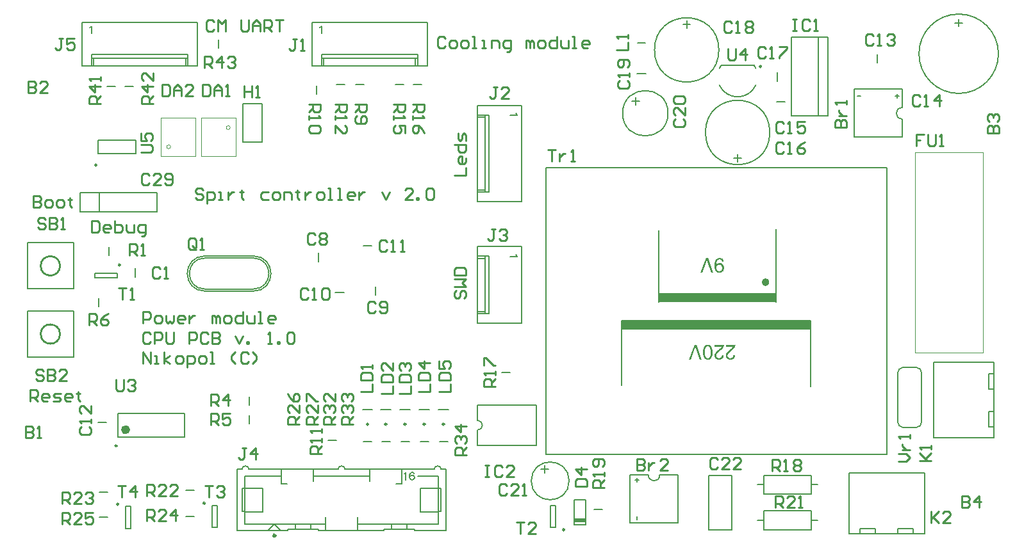
<source format=gto>
%FSLAX24Y24*%
%MOIN*%
G70*
G01*
G75*
G04 Layer_Color=65535*
%ADD10R,0.0453X0.0571*%
%ADD11R,0.0551X0.0413*%
%ADD12R,0.0413X0.0551*%
%ADD13R,0.0551X0.0374*%
%ADD14O,0.0236X0.0571*%
%ADD15R,0.0374X0.0551*%
%ADD16R,0.0551X0.0354*%
%ADD17R,0.0394X0.0236*%
G04:AMPARAMS|DCode=18|XSize=55mil|YSize=60mil|CornerRadius=13.8mil|HoleSize=0mil|Usage=FLASHONLY|Rotation=90.000|XOffset=0mil|YOffset=0mil|HoleType=Round|Shape=RoundedRectangle|*
%AMROUNDEDRECTD18*
21,1,0.0550,0.0325,0,0,90.0*
21,1,0.0275,0.0600,0,0,90.0*
1,1,0.0275,0.0163,0.0138*
1,1,0.0275,0.0163,-0.0138*
1,1,0.0275,-0.0163,-0.0138*
1,1,0.0275,-0.0163,0.0138*
%
%ADD18ROUNDEDRECTD18*%
G04:AMPARAMS|DCode=19|XSize=39.4mil|YSize=98.4mil|CornerRadius=9.8mil|HoleSize=0mil|Usage=FLASHONLY|Rotation=270.000|XOffset=0mil|YOffset=0mil|HoleType=Round|Shape=RoundedRectangle|*
%AMROUNDEDRECTD19*
21,1,0.0394,0.0787,0,0,270.0*
21,1,0.0197,0.0984,0,0,270.0*
1,1,0.0197,-0.0394,-0.0098*
1,1,0.0197,-0.0394,0.0098*
1,1,0.0197,0.0394,0.0098*
1,1,0.0197,0.0394,-0.0098*
%
%ADD19ROUNDEDRECTD19*%
G04:AMPARAMS|DCode=20|XSize=39.4mil|YSize=98.4mil|CornerRadius=9.8mil|HoleSize=0mil|Usage=FLASHONLY|Rotation=180.000|XOffset=0mil|YOffset=0mil|HoleType=Round|Shape=RoundedRectangle|*
%AMROUNDEDRECTD20*
21,1,0.0394,0.0787,0,0,180.0*
21,1,0.0197,0.0984,0,0,180.0*
1,1,0.0197,-0.0098,0.0394*
1,1,0.0197,0.0098,0.0394*
1,1,0.0197,0.0098,-0.0394*
1,1,0.0197,-0.0098,-0.0394*
%
%ADD20ROUNDEDRECTD20*%
%ADD21R,0.0551X0.0413*%
%ADD22O,0.0236X0.0866*%
%ADD23R,0.0236X0.0394*%
%ADD24C,0.0197*%
%ADD25C,0.0118*%
%ADD26C,0.0315*%
%ADD27C,0.0394*%
%ADD28C,0.0100*%
%ADD29C,0.0295*%
%ADD30C,0.0630*%
%ADD31C,0.0748*%
%ADD32C,0.0551*%
%ADD33C,0.0591*%
G04:AMPARAMS|DCode=34|XSize=59.1mil|YSize=59.1mil|CornerRadius=0mil|HoleSize=0mil|Usage=FLASHONLY|Rotation=90.000|XOffset=0mil|YOffset=0mil|HoleType=Round|Shape=Octagon|*
%AMOCTAGOND34*
4,1,8,0.0148,0.0295,-0.0148,0.0295,-0.0295,0.0148,-0.0295,-0.0148,-0.0148,-0.0295,0.0148,-0.0295,0.0295,-0.0148,0.0295,0.0148,0.0148,0.0295,0.0*
%
%ADD34OCTAGOND34*%

%ADD35C,0.1181*%
%ADD36R,0.0787X0.0787*%
%ADD37C,0.0787*%
%ADD38C,0.2362*%
%ADD39R,0.0591X0.0591*%
%ADD40R,0.0591X0.0591*%
%ADD41R,0.0630X0.0630*%
%ADD42R,0.0591X0.0591*%
%ADD43C,0.0591*%
%ADD44R,0.0630X0.0630*%
%ADD45C,0.0500*%
%ADD46O,0.0709X0.0118*%
%ADD47O,0.0118X0.0709*%
%ADD48R,0.0354X0.0197*%
%ADD49R,0.0197X0.0354*%
%ADD50R,0.0689X0.0394*%
%ADD51R,0.0571X0.0453*%
%ADD52C,0.0236*%
%ADD53C,0.0098*%
%ADD54C,0.0079*%
%ADD55C,0.0039*%
%ADD56C,0.0200*%
%ADD57C,0.0050*%
%ADD58C,0.0059*%
%ADD59R,0.9850X0.0500*%
%ADD60R,0.6100X0.0484*%
%ADD61R,0.0600X0.0200*%
G36*
X51695Y21977D02*
Y21973D01*
Y21966D01*
X51694Y21958D01*
X51693Y21948D01*
X51692Y21938D01*
X51688Y21926D01*
X51685Y21915D01*
Y21914D01*
X51684Y21913D01*
X51681Y21906D01*
X51677Y21896D01*
X51670Y21883D01*
X51662Y21868D01*
X51650Y21850D01*
X51639Y21833D01*
X51624Y21815D01*
Y21813D01*
X51621Y21812D01*
X51616Y21805D01*
X51606Y21795D01*
X51592Y21781D01*
X51575Y21765D01*
X51554Y21745D01*
X51529Y21724D01*
X51501Y21699D01*
X51500Y21698D01*
X51496Y21695D01*
X51490Y21690D01*
X51482Y21682D01*
X51471Y21674D01*
X51460Y21664D01*
X51434Y21642D01*
X51407Y21615D01*
X51379Y21589D01*
X51365Y21576D01*
X51354Y21563D01*
X51343Y21551D01*
X51334Y21539D01*
Y21538D01*
X51332Y21537D01*
X51330Y21533D01*
X51327Y21529D01*
X51320Y21517D01*
X51312Y21502D01*
X51304Y21485D01*
X51297Y21466D01*
X51293Y21446D01*
X51290Y21426D01*
Y21425D01*
Y21424D01*
X51292Y21417D01*
X51293Y21406D01*
X51295Y21394D01*
X51301Y21379D01*
X51308Y21364D01*
X51317Y21348D01*
X51331Y21333D01*
X51333Y21332D01*
X51338Y21327D01*
X51347Y21321D01*
X51358Y21313D01*
X51373Y21306D01*
X51391Y21300D01*
X51411Y21296D01*
X51434Y21295D01*
X51441D01*
X51446Y21296D01*
X51458Y21297D01*
X51473Y21299D01*
X51490Y21305D01*
X51508Y21312D01*
X51526Y21322D01*
X51542Y21336D01*
X51543Y21338D01*
X51547Y21343D01*
X51554Y21352D01*
X51561Y21365D01*
X51569Y21381D01*
X51575Y21400D01*
X51580Y21421D01*
X51582Y21447D01*
X51678Y21436D01*
Y21435D01*
Y21432D01*
X51677Y21426D01*
X51675Y21419D01*
X51673Y21410D01*
X51672Y21400D01*
X51665Y21376D01*
X51656Y21350D01*
X51643Y21323D01*
X51626Y21297D01*
X51617Y21285D01*
X51605Y21274D01*
X51604Y21273D01*
X51602Y21272D01*
X51598Y21268D01*
X51594Y21265D01*
X51587Y21261D01*
X51579Y21255D01*
X51569Y21251D01*
X51559Y21245D01*
X51547Y21240D01*
X51535Y21235D01*
X51520Y21230D01*
X51505Y21227D01*
X51470Y21220D01*
X51452Y21219D01*
X51432Y21217D01*
X51422D01*
X51414Y21219D01*
X51405Y21220D01*
X51394Y21221D01*
X51383Y21222D01*
X51370Y21225D01*
X51342Y21232D01*
X51313Y21243D01*
X51298Y21250D01*
X51285Y21258D01*
X51272Y21268D01*
X51259Y21278D01*
X51258Y21280D01*
X51257Y21281D01*
X51253Y21284D01*
X51249Y21289D01*
X51244Y21296D01*
X51238Y21303D01*
X51227Y21320D01*
X51215Y21342D01*
X51205Y21367D01*
X51197Y21396D01*
X51196Y21412D01*
X51195Y21428D01*
Y21431D01*
Y21436D01*
X51196Y21446D01*
X51197Y21457D01*
X51199Y21471D01*
X51203Y21486D01*
X51207Y21502D01*
X51214Y21518D01*
X51215Y21521D01*
X51218Y21526D01*
X51222Y21534D01*
X51229Y21546D01*
X51237Y21560D01*
X51248Y21576D01*
X51262Y21592D01*
X51277Y21611D01*
X51279Y21613D01*
X51285Y21620D01*
X51295Y21630D01*
X51302Y21637D01*
X51310Y21645D01*
X51319Y21654D01*
X51331Y21665D01*
X51342Y21675D01*
X51355Y21688D01*
X51369Y21700D01*
X51385Y21714D01*
X51401Y21728D01*
X51420Y21744D01*
X51421Y21745D01*
X51423Y21748D01*
X51428Y21751D01*
X51433Y21756D01*
X51447Y21767D01*
X51464Y21782D01*
X51482Y21798D01*
X51500Y21815D01*
X51515Y21828D01*
X51521Y21834D01*
X51527Y21840D01*
X51528Y21841D01*
X51530Y21845D01*
X51535Y21849D01*
X51541Y21856D01*
X51553Y21871D01*
X51566Y21890D01*
X51194D01*
Y21978D01*
X51695D01*
Y21977D01*
D02*
G37*
G36*
X50547Y21221D02*
X50437D01*
X50241Y21771D01*
Y21772D01*
X50240Y21774D01*
X50239Y21778D01*
X50237Y21782D01*
X50233Y21795D01*
X50227Y21811D01*
X50220Y21831D01*
X50213Y21852D01*
X50201Y21895D01*
Y21894D01*
X50200Y21893D01*
X50198Y21890D01*
X50197Y21885D01*
X50194Y21872D01*
X50189Y21856D01*
X50183Y21838D01*
X50177Y21817D01*
X50168Y21794D01*
X50160Y21771D01*
X49955Y21221D01*
X49854D01*
X50150Y21978D01*
X50253D01*
X50547Y21221D01*
D02*
G37*
G36*
X52283Y21977D02*
Y21973D01*
Y21966D01*
X52282Y21958D01*
X52281Y21948D01*
X52280Y21938D01*
X52276Y21926D01*
X52273Y21915D01*
Y21914D01*
X52272Y21913D01*
X52269Y21906D01*
X52265Y21896D01*
X52258Y21883D01*
X52250Y21868D01*
X52238Y21850D01*
X52227Y21833D01*
X52212Y21815D01*
Y21813D01*
X52209Y21812D01*
X52204Y21805D01*
X52194Y21795D01*
X52180Y21781D01*
X52163Y21765D01*
X52142Y21745D01*
X52117Y21724D01*
X52089Y21699D01*
X52088Y21698D01*
X52084Y21695D01*
X52078Y21690D01*
X52070Y21682D01*
X52059Y21674D01*
X52048Y21664D01*
X52023Y21642D01*
X51995Y21615D01*
X51967Y21589D01*
X51953Y21576D01*
X51942Y21563D01*
X51931Y21551D01*
X51922Y21539D01*
Y21538D01*
X51920Y21537D01*
X51918Y21533D01*
X51915Y21529D01*
X51908Y21517D01*
X51900Y21502D01*
X51892Y21485D01*
X51885Y21466D01*
X51881Y21446D01*
X51878Y21426D01*
Y21425D01*
Y21424D01*
X51880Y21417D01*
X51881Y21406D01*
X51883Y21394D01*
X51889Y21379D01*
X51896Y21364D01*
X51905Y21348D01*
X51919Y21333D01*
X51921Y21332D01*
X51926Y21327D01*
X51935Y21321D01*
X51946Y21313D01*
X51961Y21306D01*
X51979Y21300D01*
X51999Y21296D01*
X52023Y21295D01*
X52029D01*
X52034Y21296D01*
X52046Y21297D01*
X52061Y21299D01*
X52078Y21305D01*
X52096Y21312D01*
X52114Y21322D01*
X52130Y21336D01*
X52131Y21338D01*
X52136Y21343D01*
X52142Y21352D01*
X52149Y21365D01*
X52157Y21381D01*
X52163Y21400D01*
X52168Y21421D01*
X52170Y21447D01*
X52266Y21436D01*
Y21435D01*
Y21432D01*
X52265Y21426D01*
X52263Y21419D01*
X52261Y21410D01*
X52260Y21400D01*
X52253Y21376D01*
X52244Y21350D01*
X52231Y21323D01*
X52214Y21297D01*
X52205Y21285D01*
X52193Y21274D01*
X52192Y21273D01*
X52190Y21272D01*
X52186Y21268D01*
X52182Y21265D01*
X52175Y21261D01*
X52167Y21255D01*
X52157Y21251D01*
X52147Y21245D01*
X52136Y21240D01*
X52123Y21235D01*
X52108Y21230D01*
X52093Y21227D01*
X52058Y21220D01*
X52040Y21219D01*
X52020Y21217D01*
X52010D01*
X52002Y21219D01*
X51993Y21220D01*
X51982Y21221D01*
X51971Y21222D01*
X51958Y21225D01*
X51930Y21232D01*
X51901Y21243D01*
X51886Y21250D01*
X51873Y21258D01*
X51860Y21268D01*
X51847Y21278D01*
X51846Y21280D01*
X51845Y21281D01*
X51842Y21284D01*
X51837Y21289D01*
X51832Y21296D01*
X51827Y21303D01*
X51815Y21320D01*
X51803Y21342D01*
X51793Y21367D01*
X51785Y21396D01*
X51784Y21412D01*
X51783Y21428D01*
Y21431D01*
Y21436D01*
X51784Y21446D01*
X51785Y21457D01*
X51787Y21471D01*
X51791Y21486D01*
X51795Y21502D01*
X51802Y21518D01*
X51803Y21521D01*
X51806Y21526D01*
X51810Y21534D01*
X51817Y21546D01*
X51825Y21560D01*
X51836Y21576D01*
X51850Y21592D01*
X51865Y21611D01*
X51867Y21613D01*
X51873Y21620D01*
X51883Y21630D01*
X51890Y21637D01*
X51898Y21645D01*
X51907Y21654D01*
X51919Y21665D01*
X51930Y21675D01*
X51943Y21688D01*
X51957Y21700D01*
X51973Y21714D01*
X51989Y21728D01*
X52008Y21744D01*
X52009Y21745D01*
X52011Y21748D01*
X52016Y21751D01*
X52021Y21756D01*
X52035Y21767D01*
X52052Y21782D01*
X52070Y21798D01*
X52088Y21815D01*
X52103Y21828D01*
X52109Y21834D01*
X52115Y21840D01*
X52116Y21841D01*
X52118Y21845D01*
X52123Y21849D01*
X52129Y21856D01*
X52141Y21871D01*
X52154Y21890D01*
X51782D01*
Y21978D01*
X52283D01*
Y21977D01*
D02*
G37*
G36*
X51483Y26517D02*
X51490D01*
X51499Y26516D01*
X51520Y26513D01*
X51543Y26507D01*
X51567Y26498D01*
X51590Y26486D01*
X51613Y26470D01*
X51614Y26469D01*
X51615Y26468D01*
X51622Y26461D01*
X51631Y26449D01*
X51643Y26434D01*
X51655Y26415D01*
X51665Y26391D01*
X51674Y26363D01*
X51680Y26331D01*
X51591Y26324D01*
Y26325D01*
Y26326D01*
X51590Y26330D01*
X51589Y26334D01*
X51586Y26346D01*
X51582Y26358D01*
X51576Y26373D01*
X51569Y26388D01*
X51560Y26403D01*
X51548Y26415D01*
X51547Y26416D01*
X51543Y26419D01*
X51536Y26424D01*
X51525Y26429D01*
X51514Y26433D01*
X51500Y26438D01*
X51484Y26441D01*
X51465Y26442D01*
X51458D01*
X51450Y26441D01*
X51440Y26440D01*
X51429Y26438D01*
X51416Y26434D01*
X51403Y26430D01*
X51390Y26423D01*
X51389Y26422D01*
X51385Y26419D01*
X51379Y26415D01*
X51372Y26409D01*
X51363Y26402D01*
X51355Y26393D01*
X51346Y26383D01*
X51337Y26371D01*
X51336Y26370D01*
X51334Y26365D01*
X51331Y26357D01*
X51325Y26347D01*
X51320Y26334D01*
X51314Y26319D01*
X51309Y26302D01*
X51303Y26282D01*
Y26281D01*
X51302Y26280D01*
Y26276D01*
X51301Y26273D01*
X51298Y26261D01*
X51296Y26246D01*
X51294Y26229D01*
X51291Y26211D01*
X51289Y26190D01*
Y26168D01*
Y26167D01*
Y26163D01*
Y26158D01*
Y26150D01*
X51290Y26152D01*
X51295Y26157D01*
X51301Y26166D01*
X51310Y26175D01*
X51320Y26187D01*
X51334Y26199D01*
X51349Y26211D01*
X51366Y26222D01*
X51369Y26223D01*
X51374Y26227D01*
X51385Y26230D01*
X51397Y26235D01*
X51412Y26241D01*
X51430Y26244D01*
X51449Y26248D01*
X51470Y26249D01*
X51479D01*
X51486Y26248D01*
X51494Y26246D01*
X51503Y26245D01*
X51525Y26241D01*
X51551Y26233D01*
X51563Y26227D01*
X51577Y26220D01*
X51590Y26212D01*
X51604Y26203D01*
X51616Y26192D01*
X51629Y26181D01*
X51630Y26180D01*
X51631Y26177D01*
X51635Y26174D01*
X51640Y26168D01*
X51644Y26161D01*
X51650Y26153D01*
X51656Y26144D01*
X51661Y26132D01*
X51667Y26121D01*
X51673Y26107D01*
X51679Y26092D01*
X51683Y26076D01*
X51688Y26059D01*
X51691Y26041D01*
X51693Y26022D01*
X51694Y26001D01*
Y26000D01*
Y25996D01*
Y25989D01*
X51693Y25981D01*
X51691Y25972D01*
X51690Y25961D01*
X51688Y25948D01*
X51686Y25934D01*
X51678Y25905D01*
X51672Y25889D01*
X51665Y25874D01*
X51658Y25858D01*
X51649Y25843D01*
X51638Y25829D01*
X51627Y25815D01*
X51626Y25814D01*
X51623Y25812D01*
X51620Y25808D01*
X51614Y25804D01*
X51608Y25799D01*
X51600Y25793D01*
X51591Y25786D01*
X51580Y25780D01*
X51568Y25774D01*
X51555Y25767D01*
X51527Y25755D01*
X51510Y25752D01*
X51493Y25748D01*
X51475Y25746D01*
X51456Y25745D01*
X51449D01*
X51444Y25746D01*
X51438D01*
X51430Y25747D01*
X51411Y25750D01*
X51390Y25755D01*
X51369Y25762D01*
X51344Y25771D01*
X51321Y25785D01*
X51320D01*
X51319Y25788D01*
X51316Y25790D01*
X51311Y25792D01*
X51301Y25801D01*
X51287Y25814D01*
X51272Y25831D01*
X51256Y25850D01*
X51241Y25873D01*
X51228Y25899D01*
Y25901D01*
X51227Y25903D01*
X51224Y25907D01*
X51223Y25913D01*
X51220Y25920D01*
X51218Y25929D01*
X51215Y25941D01*
X51212Y25954D01*
X51208Y25967D01*
X51206Y25984D01*
X51203Y26001D01*
X51200Y26019D01*
X51199Y26040D01*
X51197Y26062D01*
X51196Y26086D01*
Y26112D01*
Y26113D01*
Y26119D01*
Y26125D01*
Y26136D01*
X51197Y26147D01*
Y26162D01*
X51198Y26177D01*
X51199Y26195D01*
X51204Y26231D01*
X51209Y26271D01*
X51218Y26309D01*
X51222Y26326D01*
X51228Y26343D01*
Y26344D01*
X51229Y26347D01*
X51231Y26351D01*
X51234Y26357D01*
X51237Y26365D01*
X51241Y26373D01*
X51251Y26392D01*
X51265Y26414D01*
X51281Y26436D01*
X51299Y26456D01*
X51321Y26475D01*
X51322D01*
X51324Y26477D01*
X51327Y26478D01*
X51333Y26482D01*
X51339Y26485D01*
X51346Y26489D01*
X51363Y26497D01*
X51385Y26505D01*
X51409Y26512D01*
X51438Y26516D01*
X51468Y26519D01*
X51476D01*
X51483Y26517D01*
D02*
G37*
G36*
X50866Y21990D02*
X50875Y21989D01*
X50886Y21986D01*
X50897Y21984D01*
X50910Y21982D01*
X50938Y21973D01*
X50953Y21966D01*
X50966Y21959D01*
X50981Y21950D01*
X50995Y21939D01*
X51008Y21928D01*
X51021Y21914D01*
X51022Y21913D01*
X51024Y21909D01*
X51027Y21903D01*
X51032Y21895D01*
X51038Y21885D01*
X51044Y21872D01*
X51051Y21857D01*
X51057Y21839D01*
X51064Y21819D01*
X51071Y21796D01*
X51077Y21771D01*
X51083Y21743D01*
X51087Y21712D01*
X51091Y21680D01*
X51093Y21643D01*
X51094Y21605D01*
Y21604D01*
Y21599D01*
Y21592D01*
Y21583D01*
X51093Y21571D01*
Y21559D01*
X51092Y21544D01*
X51091Y21528D01*
X51087Y21493D01*
X51083Y21457D01*
X51077Y21421D01*
X51072Y21405D01*
X51068Y21389D01*
Y21388D01*
X51067Y21386D01*
X51064Y21381D01*
X51062Y21375D01*
X51060Y21368D01*
X51056Y21360D01*
X51047Y21342D01*
X51036Y21321D01*
X51022Y21300D01*
X51006Y21281D01*
X50986Y21262D01*
X50985D01*
X50984Y21260D01*
X50980Y21258D01*
X50976Y21255D01*
X50964Y21249D01*
X50948Y21239D01*
X50928Y21231D01*
X50904Y21224D01*
X50878Y21220D01*
X50848Y21217D01*
X50837D01*
X50826Y21219D01*
X50812Y21221D01*
X50796Y21223D01*
X50777Y21228D01*
X50759Y21235D01*
X50742Y21243D01*
X50739Y21244D01*
X50733Y21247D01*
X50725Y21253D01*
X50714Y21260D01*
X50702Y21270D01*
X50690Y21283D01*
X50677Y21297D01*
X50665Y21313D01*
X50664Y21315D01*
X50661Y21321D01*
X50655Y21332D01*
X50648Y21344D01*
X50641Y21360D01*
X50633Y21380D01*
X50625Y21402D01*
X50618Y21426D01*
Y21427D01*
X50617Y21430D01*
Y21433D01*
X50616Y21439D01*
X50614Y21445D01*
X50612Y21453D01*
X50611Y21463D01*
X50609Y21473D01*
X50608Y21486D01*
X50607Y21499D01*
X50604Y21514D01*
X50603Y21530D01*
X50602Y21547D01*
Y21564D01*
X50601Y21605D01*
Y21606D01*
Y21611D01*
Y21617D01*
Y21627D01*
X50602Y21638D01*
Y21651D01*
X50603Y21666D01*
X50604Y21682D01*
X50608Y21717D01*
X50612Y21752D01*
X50619Y21788D01*
X50624Y21804D01*
X50629Y21820D01*
Y21822D01*
X50630Y21824D01*
X50631Y21828D01*
X50633Y21834D01*
X50637Y21841D01*
X50640Y21848D01*
X50649Y21867D01*
X50661Y21887D01*
X50675Y21908D01*
X50691Y21929D01*
X50710Y21947D01*
X50712D01*
X50713Y21950D01*
X50716Y21951D01*
X50720Y21954D01*
X50732Y21961D01*
X50747Y21969D01*
X50768Y21977D01*
X50791Y21984D01*
X50818Y21989D01*
X50848Y21991D01*
X50858D01*
X50866Y21990D01*
D02*
G37*
G36*
X51146Y25748D02*
X51036D01*
X50840Y26298D01*
Y26300D01*
X50839Y26302D01*
X50838Y26305D01*
X50836Y26310D01*
X50832Y26323D01*
X50827Y26339D01*
X50820Y26358D01*
X50813Y26379D01*
X50800Y26423D01*
Y26422D01*
X50799Y26421D01*
X50798Y26417D01*
X50797Y26413D01*
X50793Y26400D01*
X50789Y26384D01*
X50783Y26365D01*
X50776Y26344D01*
X50768Y26321D01*
X50760Y26298D01*
X50555Y25748D01*
X50453D01*
X50749Y26506D01*
X50852D01*
X51146Y25748D01*
D02*
G37*
%LPC*%
G36*
X51447Y26167D02*
X51441D01*
X51437Y26166D01*
X51425Y26165D01*
X51410Y26161D01*
X51394Y26155D01*
X51375Y26148D01*
X51358Y26137D01*
X51342Y26122D01*
X51340Y26120D01*
X51335Y26114D01*
X51328Y26104D01*
X51320Y26090D01*
X51313Y26071D01*
X51306Y26050D01*
X51302Y26025D01*
X51299Y25997D01*
Y25996D01*
Y25994D01*
Y25989D01*
X51301Y25984D01*
Y25977D01*
X51302Y25970D01*
X51305Y25951D01*
X51310Y25931D01*
X51318Y25910D01*
X51328Y25889D01*
X51342Y25869D01*
X51344Y25867D01*
X51350Y25863D01*
X51358Y25854D01*
X51371Y25845D01*
X51386Y25837D01*
X51403Y25829D01*
X51423Y25824D01*
X51445Y25822D01*
X51450D01*
X51455Y25823D01*
X51467Y25824D01*
X51482Y25828D01*
X51499Y25835D01*
X51516Y25844D01*
X51535Y25856D01*
X51544Y25864D01*
X51553Y25873D01*
X51555Y25875D01*
X51560Y25882D01*
X51567Y25894D01*
X51575Y25909D01*
X51584Y25927D01*
X51591Y25950D01*
X51596Y25976D01*
X51598Y26004D01*
Y26005D01*
Y26008D01*
Y26011D01*
X51597Y26016D01*
X51596Y26030D01*
X51592Y26046D01*
X51588Y26065D01*
X51580Y26085D01*
X51569Y26104D01*
X51555Y26122D01*
X51553Y26124D01*
X51547Y26129D01*
X51538Y26136D01*
X51525Y26144D01*
X51509Y26153D01*
X51491Y26160D01*
X51470Y26165D01*
X51447Y26167D01*
D02*
G37*
G36*
X50848Y21915D02*
X50842D01*
X50837Y21914D01*
X50826Y21911D01*
X50811Y21907D01*
X50793Y21900D01*
X50776Y21890D01*
X50767Y21883D01*
X50758Y21873D01*
X50748Y21864D01*
X50740Y21854D01*
Y21853D01*
X50738Y21850D01*
X50736Y21847D01*
X50733Y21841D01*
X50730Y21834D01*
X50727Y21824D01*
X50723Y21812D01*
X50718Y21800D01*
X50714Y21783D01*
X50710Y21766D01*
X50707Y21745D01*
X50703Y21722D01*
X50700Y21697D01*
X50699Y21669D01*
X50697Y21638D01*
Y21605D01*
Y21602D01*
Y21597D01*
Y21587D01*
X50698Y21575D01*
Y21560D01*
X50699Y21543D01*
X50700Y21524D01*
X50702Y21503D01*
X50707Y21462D01*
X50715Y21421D01*
X50720Y21402D01*
X50725Y21385D01*
X50732Y21370D01*
X50740Y21357D01*
Y21356D01*
X50743Y21355D01*
X50748Y21348D01*
X50758Y21337D01*
X50770Y21326D01*
X50786Y21314D01*
X50805Y21304D01*
X50826Y21297D01*
X50837Y21296D01*
X50849Y21295D01*
X50855D01*
X50859Y21296D01*
X50871Y21297D01*
X50886Y21302D01*
X50902Y21308D01*
X50919Y21318D01*
X50936Y21332D01*
X50944Y21341D01*
X50951Y21350D01*
Y21351D01*
X50954Y21353D01*
X50956Y21358D01*
X50958Y21364D01*
X50962Y21372D01*
X50966Y21381D01*
X50971Y21394D01*
X50974Y21408D01*
X50979Y21424D01*
X50984Y21442D01*
X50987Y21463D01*
X50992Y21487D01*
X50994Y21513D01*
X50996Y21540D01*
X50999Y21571D01*
Y21605D01*
Y21607D01*
Y21613D01*
Y21622D01*
X50998Y21635D01*
Y21650D01*
X50996Y21667D01*
X50995Y21687D01*
X50993Y21706D01*
X50988Y21748D01*
X50980Y21789D01*
X50976Y21808D01*
X50970Y21825D01*
X50963Y21841D01*
X50956Y21854D01*
Y21855D01*
X50954Y21856D01*
X50948Y21863D01*
X50939Y21873D01*
X50926Y21884D01*
X50910Y21895D01*
X50891Y21906D01*
X50871Y21913D01*
X50859Y21914D01*
X50848Y21915D01*
D02*
G37*
%LPD*%
D25*
X28359Y12050D02*
G03*
X28359Y12050I-59J0D01*
G01*
D28*
X17152Y22550D02*
G03*
X17152Y22550I-502J0D01*
G01*
Y26100D02*
G03*
X17152Y26100I-502J0D01*
G01*
X24600Y30050D02*
X24500Y30150D01*
X24300D01*
X24200Y30050D01*
Y29950D01*
X24300Y29850D01*
X24500D01*
X24600Y29750D01*
Y29650D01*
X24500Y29550D01*
X24300D01*
X24200Y29650D01*
X24800Y29350D02*
Y29950D01*
X25100D01*
X25200Y29850D01*
Y29650D01*
X25100Y29550D01*
X24800D01*
X25400D02*
X25600D01*
X25500D01*
Y29950D01*
X25400D01*
X25899D02*
Y29550D01*
Y29750D01*
X25999Y29850D01*
X26099Y29950D01*
X26199D01*
X26599Y30050D02*
Y29950D01*
X26499D01*
X26699D01*
X26599D01*
Y29650D01*
X26699Y29550D01*
X27999Y29950D02*
X27699D01*
X27599Y29850D01*
Y29650D01*
X27699Y29550D01*
X27999D01*
X28299D02*
X28499D01*
X28599Y29650D01*
Y29850D01*
X28499Y29950D01*
X28299D01*
X28199Y29850D01*
Y29650D01*
X28299Y29550D01*
X28799D02*
Y29950D01*
X29098D01*
X29198Y29850D01*
Y29550D01*
X29498Y30050D02*
Y29950D01*
X29398D01*
X29598D01*
X29498D01*
Y29650D01*
X29598Y29550D01*
X29898Y29950D02*
Y29550D01*
Y29750D01*
X29998Y29850D01*
X30098Y29950D01*
X30198D01*
X30598Y29550D02*
X30798D01*
X30898Y29650D01*
Y29850D01*
X30798Y29950D01*
X30598D01*
X30498Y29850D01*
Y29650D01*
X30598Y29550D01*
X31098D02*
X31298D01*
X31198D01*
Y30150D01*
X31098D01*
X31598Y29550D02*
X31798D01*
X31698D01*
Y30150D01*
X31598D01*
X32397Y29550D02*
X32197D01*
X32097Y29650D01*
Y29850D01*
X32197Y29950D01*
X32397D01*
X32497Y29850D01*
Y29750D01*
X32097D01*
X32697Y29950D02*
Y29550D01*
Y29750D01*
X32797Y29850D01*
X32897Y29950D01*
X32997D01*
X33897D02*
X34097Y29550D01*
X34297Y29950D01*
X35496Y29550D02*
X35096D01*
X35496Y29950D01*
Y30050D01*
X35396Y30150D01*
X35196D01*
X35096Y30050D01*
X35696Y29550D02*
Y29650D01*
X35796D01*
Y29550D01*
X35696D01*
X36196Y30050D02*
X36296Y30150D01*
X36496D01*
X36596Y30050D01*
Y29650D01*
X36496Y29550D01*
X36296D01*
X36196Y29650D01*
Y30050D01*
X15350Y17750D02*
Y17150D01*
X15650D01*
X15750Y17250D01*
Y17350D01*
X15650Y17450D01*
X15350D01*
X15650D01*
X15750Y17550D01*
Y17650D01*
X15650Y17750D01*
X15350D01*
X15950Y17150D02*
X16150D01*
X16050D01*
Y17750D01*
X15950Y17650D01*
X57450Y33300D02*
X58050D01*
Y33600D01*
X57950Y33700D01*
X57850D01*
X57750Y33600D01*
Y33300D01*
Y33600D01*
X57650Y33700D01*
X57550D01*
X57450Y33600D01*
Y33300D01*
X57650Y33900D02*
X58050D01*
X57850D01*
X57750Y34000D01*
X57650Y34100D01*
Y34200D01*
X58050Y34500D02*
Y34700D01*
Y34600D01*
X57450D01*
X57550Y34500D01*
X47150Y16050D02*
Y15450D01*
X47450D01*
X47550Y15550D01*
Y15650D01*
X47450Y15750D01*
X47150D01*
X47450D01*
X47550Y15850D01*
Y15950D01*
X47450Y16050D01*
X47150D01*
X47750Y15850D02*
Y15450D01*
Y15650D01*
X47850Y15750D01*
X47950Y15850D01*
X48050D01*
X48749Y15450D02*
X48350D01*
X48749Y15850D01*
Y15950D01*
X48650Y16050D01*
X48450D01*
X48350Y15950D01*
X22350Y25950D02*
X22250Y26050D01*
X22050D01*
X21950Y25950D01*
Y25550D01*
X22050Y25450D01*
X22250D01*
X22350Y25550D01*
X22550Y25450D02*
X22750D01*
X22650D01*
Y26050D01*
X22550Y25950D01*
X30420Y27730D02*
X30320Y27830D01*
X30120D01*
X30020Y27730D01*
Y27330D01*
X30120Y27230D01*
X30320D01*
X30420Y27330D01*
X30620Y27730D02*
X30720Y27830D01*
X30920D01*
X31020Y27730D01*
Y27630D01*
X30920Y27530D01*
X31020Y27430D01*
Y27330D01*
X30920Y27230D01*
X30720D01*
X30620Y27330D01*
Y27430D01*
X30720Y27530D01*
X30620Y27630D01*
Y27730D01*
X30720Y27530D02*
X30920D01*
X33550Y24150D02*
X33450Y24250D01*
X33250D01*
X33150Y24150D01*
Y23750D01*
X33250Y23650D01*
X33450D01*
X33550Y23750D01*
X33750D02*
X33850Y23650D01*
X34050D01*
X34150Y23750D01*
Y24150D01*
X34050Y24250D01*
X33850D01*
X33750Y24150D01*
Y24050D01*
X33850Y23950D01*
X34150D01*
X30050Y24850D02*
X29950Y24950D01*
X29750D01*
X29650Y24850D01*
Y24450D01*
X29750Y24350D01*
X29950D01*
X30050Y24450D01*
X30250Y24350D02*
X30450D01*
X30350D01*
Y24950D01*
X30250Y24850D01*
X30750D02*
X30850Y24950D01*
X31050D01*
X31150Y24850D01*
Y24450D01*
X31050Y24350D01*
X30850D01*
X30750Y24450D01*
Y24850D01*
X34150Y27350D02*
X34050Y27450D01*
X33850D01*
X33750Y27350D01*
Y26950D01*
X33850Y26850D01*
X34050D01*
X34150Y26950D01*
X34350Y26850D02*
X34550D01*
X34450D01*
Y27450D01*
X34350Y27350D01*
X34850Y26850D02*
X35050D01*
X34950D01*
Y27450D01*
X34850Y27350D01*
X18250Y17700D02*
X18150Y17600D01*
Y17400D01*
X18250Y17300D01*
X18650D01*
X18750Y17400D01*
Y17600D01*
X18650Y17700D01*
X18750Y17900D02*
Y18100D01*
Y18000D01*
X18150D01*
X18250Y17900D01*
X18750Y18800D02*
Y18400D01*
X18350Y18800D01*
X18250D01*
X18150Y18700D01*
Y18500D01*
X18250Y18400D01*
X59475Y38085D02*
X59375Y38185D01*
X59175D01*
X59075Y38085D01*
Y37685D01*
X59175Y37585D01*
X59375D01*
X59475Y37685D01*
X59675Y37585D02*
X59875D01*
X59775D01*
Y38185D01*
X59675Y38085D01*
X60175D02*
X60275Y38185D01*
X60475D01*
X60575Y38085D01*
Y37985D01*
X60475Y37885D01*
X60375D01*
X60475D01*
X60575Y37785D01*
Y37685D01*
X60475Y37585D01*
X60275D01*
X60175Y37685D01*
X61900Y34900D02*
X61800Y35000D01*
X61600D01*
X61500Y34900D01*
Y34500D01*
X61600Y34400D01*
X61800D01*
X61900Y34500D01*
X62100Y34400D02*
X62300D01*
X62200D01*
Y35000D01*
X62100Y34900D01*
X62900Y34400D02*
Y35000D01*
X62600Y34700D01*
X63000D01*
X54800Y33500D02*
X54700Y33600D01*
X54500D01*
X54400Y33500D01*
Y33100D01*
X54500Y33000D01*
X54700D01*
X54800Y33100D01*
X55000Y33000D02*
X55200D01*
X55100D01*
Y33600D01*
X55000Y33500D01*
X55900Y33600D02*
X55500D01*
Y33300D01*
X55700Y33400D01*
X55800D01*
X55900Y33300D01*
Y33100D01*
X55800Y33000D01*
X55600D01*
X55500Y33100D01*
X54800Y32450D02*
X54700Y32550D01*
X54500D01*
X54400Y32450D01*
Y32050D01*
X54500Y31950D01*
X54700D01*
X54800Y32050D01*
X55000Y31950D02*
X55200D01*
X55100D01*
Y32550D01*
X55000Y32450D01*
X55900Y32550D02*
X55700Y32450D01*
X55500Y32250D01*
Y32050D01*
X55600Y31950D01*
X55800D01*
X55900Y32050D01*
Y32150D01*
X55800Y32250D01*
X55500D01*
X53850Y37400D02*
X53750Y37500D01*
X53550D01*
X53450Y37400D01*
Y37000D01*
X53550Y36900D01*
X53750D01*
X53850Y37000D01*
X54050Y36900D02*
X54250D01*
X54150D01*
Y37500D01*
X54050Y37400D01*
X54550Y37500D02*
X54950D01*
Y37400D01*
X54550Y37000D01*
Y36900D01*
X52100Y38750D02*
X52000Y38850D01*
X51800D01*
X51700Y38750D01*
Y38350D01*
X51800Y38250D01*
X52000D01*
X52100Y38350D01*
X52300Y38250D02*
X52500D01*
X52400D01*
Y38850D01*
X52300Y38750D01*
X52800D02*
X52900Y38850D01*
X53100D01*
X53200Y38750D01*
Y38650D01*
X53100Y38550D01*
X53200Y38450D01*
Y38350D01*
X53100Y38250D01*
X52900D01*
X52800Y38350D01*
Y38450D01*
X52900Y38550D01*
X52800Y38650D01*
Y38750D01*
X52900Y38550D02*
X53100D01*
X46250Y35750D02*
X46150Y35650D01*
Y35450D01*
X46250Y35350D01*
X46650D01*
X46750Y35450D01*
Y35650D01*
X46650Y35750D01*
X46750Y35950D02*
Y36150D01*
Y36050D01*
X46150D01*
X46250Y35950D01*
X46650Y36450D02*
X46750Y36550D01*
Y36750D01*
X46650Y36850D01*
X46250D01*
X46150Y36750D01*
Y36550D01*
X46250Y36450D01*
X46350D01*
X46450Y36550D01*
Y36850D01*
X49150Y33750D02*
X49050Y33650D01*
Y33450D01*
X49150Y33350D01*
X49550D01*
X49650Y33450D01*
Y33650D01*
X49550Y33750D01*
X49650Y34350D02*
Y33950D01*
X49250Y34350D01*
X49150D01*
X49050Y34250D01*
Y34050D01*
X49150Y33950D01*
Y34550D02*
X49050Y34650D01*
Y34850D01*
X49150Y34949D01*
X49550D01*
X49650Y34850D01*
Y34650D01*
X49550Y34550D01*
X49150D01*
X40400Y14650D02*
X40300Y14750D01*
X40100D01*
X40000Y14650D01*
Y14250D01*
X40100Y14150D01*
X40300D01*
X40400Y14250D01*
X41000Y14150D02*
X40600D01*
X41000Y14550D01*
Y14650D01*
X40900Y14750D01*
X40700D01*
X40600Y14650D01*
X41200Y14150D02*
X41400D01*
X41300D01*
Y14750D01*
X41200Y14650D01*
X51375Y16005D02*
X51275Y16105D01*
X51075D01*
X50975Y16005D01*
Y15605D01*
X51075Y15505D01*
X51275D01*
X51375Y15605D01*
X51975Y15505D02*
X51575D01*
X51975Y15905D01*
Y16005D01*
X51875Y16105D01*
X51675D01*
X51575Y16005D01*
X52574Y15505D02*
X52175D01*
X52574Y15905D01*
Y16005D01*
X52475Y16105D01*
X52275D01*
X52175Y16005D01*
X21800Y30800D02*
X21700Y30900D01*
X21500D01*
X21400Y30800D01*
Y30400D01*
X21500Y30300D01*
X21700D01*
X21800Y30400D01*
X22400Y30300D02*
X22000D01*
X22400Y30700D01*
Y30800D01*
X22300Y30900D01*
X22100D01*
X22000Y30800D01*
X22600Y30400D02*
X22700Y30300D01*
X22900D01*
X22999Y30400D01*
Y30800D01*
X22900Y30900D01*
X22700D01*
X22600Y30800D01*
Y30700D01*
X22700Y30600D01*
X22999D01*
X43950Y14600D02*
X44550D01*
Y14900D01*
X44450Y15000D01*
X44050D01*
X43950Y14900D01*
Y14600D01*
X44550Y15500D02*
X43950D01*
X44250Y15200D01*
Y15600D01*
X24580Y35540D02*
Y34940D01*
X24880D01*
X24980Y35040D01*
Y35440D01*
X24880Y35540D01*
X24580D01*
X25180Y34940D02*
Y35340D01*
X25380Y35540D01*
X25580Y35340D01*
Y34940D01*
Y35240D01*
X25180D01*
X25780Y34940D02*
X25980D01*
X25880D01*
Y35540D01*
X25780Y35440D01*
X22475Y35535D02*
Y34935D01*
X22775D01*
X22875Y35035D01*
Y35435D01*
X22775Y35535D01*
X22475D01*
X23075Y34935D02*
Y35335D01*
X23275Y35535D01*
X23475Y35335D01*
Y34935D01*
Y35235D01*
X23075D01*
X24074Y34935D02*
X23675D01*
X24074Y35335D01*
Y35435D01*
X23975Y35535D01*
X23775D01*
X23675Y35435D01*
X62110Y32940D02*
X61710D01*
Y32640D01*
X61910D01*
X61710D01*
Y32340D01*
X62310Y32940D02*
Y32440D01*
X62410Y32340D01*
X62610D01*
X62710Y32440D01*
Y32940D01*
X62910Y32340D02*
X63110D01*
X63010D01*
Y32940D01*
X62910Y32840D01*
X55260Y38940D02*
X55460D01*
X55360D01*
Y38340D01*
X55260D01*
X55460D01*
X56160Y38840D02*
X56060Y38940D01*
X55860D01*
X55760Y38840D01*
Y38440D01*
X55860Y38340D01*
X56060D01*
X56160Y38440D01*
X56360Y38340D02*
X56560D01*
X56460D01*
Y38940D01*
X56360Y38840D01*
X39250Y15700D02*
X39450D01*
X39350D01*
Y15100D01*
X39250D01*
X39450D01*
X40150Y15600D02*
X40050Y15700D01*
X39850D01*
X39750Y15600D01*
Y15200D01*
X39850Y15100D01*
X40050D01*
X40150Y15200D01*
X40750Y15100D02*
X40350D01*
X40750Y15500D01*
Y15600D01*
X40650Y15700D01*
X40450D01*
X40350Y15600D01*
X29450Y37900D02*
X29250D01*
X29350D01*
Y37400D01*
X29250Y37300D01*
X29150D01*
X29050Y37400D01*
X29650Y37300D02*
X29850D01*
X29750D01*
Y37900D01*
X29650Y37800D01*
X39900Y35400D02*
X39700D01*
X39800D01*
Y34900D01*
X39700Y34800D01*
X39600D01*
X39500Y34900D01*
X40500Y34800D02*
X40100D01*
X40500Y35200D01*
Y35300D01*
X40400Y35400D01*
X40200D01*
X40100Y35300D01*
X39800Y28000D02*
X39600D01*
X39700D01*
Y27500D01*
X39600Y27400D01*
X39500D01*
X39400Y27500D01*
X40000Y27900D02*
X40100Y28000D01*
X40300D01*
X40400Y27900D01*
Y27800D01*
X40300Y27700D01*
X40200D01*
X40300D01*
X40400Y27600D01*
Y27500D01*
X40300Y27400D01*
X40100D01*
X40000Y27500D01*
X26820Y16620D02*
X26620D01*
X26720D01*
Y16120D01*
X26620Y16020D01*
X26520D01*
X26420Y16120D01*
X27320Y16020D02*
Y16620D01*
X27020Y16320D01*
X27420D01*
X17300Y37950D02*
X17100D01*
X17200D01*
Y37450D01*
X17100Y37350D01*
X17000D01*
X16900Y37450D01*
X17900Y37950D02*
X17500D01*
Y37650D01*
X17700Y37750D01*
X17800D01*
X17900Y37650D01*
Y37450D01*
X17800Y37350D01*
X17600D01*
X17500Y37450D01*
X61850Y15950D02*
X62450D01*
X62250D01*
X61850Y16350D01*
X62150Y16050D01*
X62450Y16350D01*
Y16550D02*
Y16750D01*
Y16650D01*
X61850D01*
X61950Y16550D01*
X62450Y13300D02*
Y12700D01*
Y12900D01*
X62850Y13300D01*
X62550Y13000D01*
X62850Y12700D01*
X63450D02*
X63050D01*
X63450Y13100D01*
Y13200D01*
X63350Y13300D01*
X63150D01*
X63050Y13200D01*
X46100Y37350D02*
X46700D01*
Y37750D01*
Y37950D02*
Y38150D01*
Y38050D01*
X46100D01*
X46200Y37950D01*
X32800Y19550D02*
X33400D01*
Y19950D01*
X32800Y20150D02*
X33400D01*
Y20450D01*
X33300Y20550D01*
X32900D01*
X32800Y20450D01*
Y20150D01*
X33400Y20750D02*
Y20950D01*
Y20850D01*
X32800D01*
X32900Y20750D01*
X33850Y19450D02*
X34450D01*
Y19850D01*
X33850Y20050D02*
X34450D01*
Y20350D01*
X34350Y20450D01*
X33950D01*
X33850Y20350D01*
Y20050D01*
X34450Y21049D02*
Y20650D01*
X34050Y21049D01*
X33950D01*
X33850Y20950D01*
Y20750D01*
X33950Y20650D01*
X34800Y19450D02*
X35400D01*
Y19850D01*
X34800Y20050D02*
X35400D01*
Y20350D01*
X35300Y20450D01*
X34900D01*
X34800Y20350D01*
Y20050D01*
X34900Y20650D02*
X34800Y20750D01*
Y20950D01*
X34900Y21049D01*
X35000D01*
X35100Y20950D01*
Y20850D01*
Y20950D01*
X35200Y21049D01*
X35300D01*
X35400Y20950D01*
Y20750D01*
X35300Y20650D01*
X35800Y19550D02*
X36400D01*
Y19950D01*
X35800Y20150D02*
X36400D01*
Y20450D01*
X36300Y20550D01*
X35900D01*
X35800Y20450D01*
Y20150D01*
X36400Y21050D02*
X35800D01*
X36100Y20750D01*
Y21149D01*
X36850Y19550D02*
X37450D01*
Y19950D01*
X36850Y20150D02*
X37450D01*
Y20450D01*
X37350Y20550D01*
X36950D01*
X36850Y20450D01*
Y20150D01*
Y21149D02*
Y20750D01*
X37150D01*
X37050Y20950D01*
Y21050D01*
X37150Y21149D01*
X37350D01*
X37450Y21050D01*
Y20850D01*
X37350Y20750D01*
X24240Y27050D02*
Y27450D01*
X24140Y27550D01*
X23940D01*
X23840Y27450D01*
Y27050D01*
X23940Y26950D01*
X24140D01*
X24040Y27150D02*
X24240Y26950D01*
X24140D02*
X24240Y27050D01*
X24440Y26950D02*
X24640D01*
X24540D01*
Y27550D01*
X24440Y27450D01*
X20750Y26650D02*
Y27250D01*
X21050D01*
X21150Y27150D01*
Y26950D01*
X21050Y26850D01*
X20750D01*
X20950D02*
X21150Y26650D01*
X21350D02*
X21550D01*
X21450D01*
Y27250D01*
X21350Y27150D01*
X25000Y18800D02*
Y19400D01*
X25300D01*
X25400Y19300D01*
Y19100D01*
X25300Y19000D01*
X25000D01*
X25200D02*
X25400Y18800D01*
X25900D02*
Y19400D01*
X25600Y19100D01*
X26000D01*
X25000Y17800D02*
Y18400D01*
X25300D01*
X25400Y18300D01*
Y18100D01*
X25300Y18000D01*
X25000D01*
X25200D02*
X25400Y17800D01*
X26000Y18400D02*
X25600D01*
Y18100D01*
X25800Y18200D01*
X25900D01*
X26000Y18100D01*
Y17900D01*
X25900Y17800D01*
X25700D01*
X25600Y17900D01*
X18650Y23000D02*
Y23600D01*
X18950D01*
X19050Y23500D01*
Y23300D01*
X18950Y23200D01*
X18650D01*
X18850D02*
X19050Y23000D01*
X19650Y23600D02*
X19450Y23500D01*
X19250Y23300D01*
Y23100D01*
X19350Y23000D01*
X19550D01*
X19650Y23100D01*
Y23200D01*
X19550Y23300D01*
X19250D01*
X32500Y34500D02*
X33100D01*
Y34200D01*
X33000Y34100D01*
X32800D01*
X32700Y34200D01*
Y34500D01*
Y34300D02*
X32500Y34100D01*
X32600Y33900D02*
X32500Y33800D01*
Y33600D01*
X32600Y33500D01*
X33000D01*
X33100Y33600D01*
Y33800D01*
X33000Y33900D01*
X32900D01*
X32800Y33800D01*
Y33500D01*
X30100Y34500D02*
X30700D01*
Y34200D01*
X30600Y34100D01*
X30400D01*
X30300Y34200D01*
Y34500D01*
Y34300D02*
X30100Y34100D01*
Y33900D02*
Y33700D01*
Y33800D01*
X30700D01*
X30600Y33900D01*
Y33400D02*
X30700Y33300D01*
Y33100D01*
X30600Y33000D01*
X30200D01*
X30100Y33100D01*
Y33300D01*
X30200Y33400D01*
X30600D01*
X30750Y16300D02*
X30150D01*
Y16600D01*
X30250Y16700D01*
X30450D01*
X30550Y16600D01*
Y16300D01*
Y16500D02*
X30750Y16700D01*
Y16900D02*
Y17100D01*
Y17000D01*
X30150D01*
X30250Y16900D01*
X30750Y17400D02*
Y17600D01*
Y17500D01*
X30150D01*
X30250Y17400D01*
X31450Y34500D02*
X32050D01*
Y34200D01*
X31950Y34100D01*
X31750D01*
X31650Y34200D01*
Y34500D01*
Y34300D02*
X31450Y34100D01*
Y33900D02*
Y33700D01*
Y33800D01*
X32050D01*
X31950Y33900D01*
X31450Y33000D02*
Y33400D01*
X31850Y33000D01*
X31950D01*
X32050Y33100D01*
Y33300D01*
X31950Y33400D01*
X34500Y34500D02*
X35100D01*
Y34200D01*
X35000Y34100D01*
X34800D01*
X34700Y34200D01*
Y34500D01*
Y34300D02*
X34500Y34100D01*
Y33900D02*
Y33700D01*
Y33800D01*
X35100D01*
X35000Y33900D01*
X35100Y33000D02*
Y33400D01*
X34800D01*
X34900Y33200D01*
Y33100D01*
X34800Y33000D01*
X34600D01*
X34500Y33100D01*
Y33300D01*
X34600Y33400D01*
X35500Y34500D02*
X36100D01*
Y34200D01*
X36000Y34100D01*
X35800D01*
X35700Y34200D01*
Y34500D01*
Y34300D02*
X35500Y34100D01*
Y33900D02*
Y33700D01*
Y33800D01*
X36100D01*
X36000Y33900D01*
X36100Y33000D02*
X36000Y33200D01*
X35800Y33400D01*
X35600D01*
X35500Y33300D01*
Y33100D01*
X35600Y33000D01*
X35700D01*
X35800Y33100D01*
Y33400D01*
X39800Y19800D02*
X39200D01*
Y20100D01*
X39300Y20200D01*
X39500D01*
X39600Y20100D01*
Y19800D01*
Y20000D02*
X39800Y20200D01*
Y20400D02*
Y20600D01*
Y20500D01*
X39200D01*
X39300Y20400D01*
X39200Y20900D02*
Y21300D01*
X39300D01*
X39700Y20900D01*
X39800D01*
X54200Y15400D02*
Y16000D01*
X54500D01*
X54600Y15900D01*
Y15700D01*
X54500Y15600D01*
X54200D01*
X54400D02*
X54600Y15400D01*
X54800D02*
X55000D01*
X54900D01*
Y16000D01*
X54800Y15900D01*
X55300D02*
X55400Y16000D01*
X55600D01*
X55700Y15900D01*
Y15800D01*
X55600Y15700D01*
X55700Y15600D01*
Y15500D01*
X55600Y15400D01*
X55400D01*
X55300Y15500D01*
Y15600D01*
X55400Y15700D01*
X55300Y15800D01*
Y15900D01*
X55400Y15700D02*
X55600D01*
X45450Y14550D02*
X44850D01*
Y14850D01*
X44950Y14950D01*
X45150D01*
X45250Y14850D01*
Y14550D01*
Y14750D02*
X45450Y14950D01*
Y15150D02*
Y15350D01*
Y15250D01*
X44850D01*
X44950Y15150D01*
X45350Y15650D02*
X45450Y15750D01*
Y15950D01*
X45350Y16050D01*
X44950D01*
X44850Y15950D01*
Y15750D01*
X44950Y15650D01*
X45050D01*
X45150Y15750D01*
Y16050D01*
X54350Y13500D02*
Y14100D01*
X54650D01*
X54750Y14000D01*
Y13800D01*
X54650Y13700D01*
X54350D01*
X54550D02*
X54750Y13500D01*
X55350D02*
X54950D01*
X55350Y13900D01*
Y14000D01*
X55250Y14100D01*
X55050D01*
X54950Y14000D01*
X55550Y13500D02*
X55750D01*
X55650D01*
Y14100D01*
X55550Y14000D01*
X21650Y14100D02*
Y14700D01*
X21950D01*
X22050Y14600D01*
Y14400D01*
X21950Y14300D01*
X21650D01*
X21850D02*
X22050Y14100D01*
X22650D02*
X22250D01*
X22650Y14500D01*
Y14600D01*
X22550Y14700D01*
X22350D01*
X22250Y14600D01*
X23249Y14100D02*
X22850D01*
X23249Y14500D01*
Y14600D01*
X23150Y14700D01*
X22950D01*
X22850Y14600D01*
X17250Y13700D02*
Y14300D01*
X17550D01*
X17650Y14200D01*
Y14000D01*
X17550Y13900D01*
X17250D01*
X17450D02*
X17650Y13700D01*
X18250D02*
X17850D01*
X18250Y14100D01*
Y14200D01*
X18150Y14300D01*
X17950D01*
X17850Y14200D01*
X18450D02*
X18550Y14300D01*
X18750D01*
X18849Y14200D01*
Y14100D01*
X18750Y14000D01*
X18650D01*
X18750D01*
X18849Y13900D01*
Y13800D01*
X18750Y13700D01*
X18550D01*
X18450Y13800D01*
X21650Y12800D02*
Y13400D01*
X21950D01*
X22050Y13300D01*
Y13100D01*
X21950Y13000D01*
X21650D01*
X21850D02*
X22050Y12800D01*
X22650D02*
X22250D01*
X22650Y13200D01*
Y13300D01*
X22550Y13400D01*
X22350D01*
X22250Y13300D01*
X23150Y12800D02*
Y13400D01*
X22850Y13100D01*
X23249D01*
X17250Y12650D02*
Y13250D01*
X17550D01*
X17650Y13150D01*
Y12950D01*
X17550Y12850D01*
X17250D01*
X17450D02*
X17650Y12650D01*
X18250D02*
X17850D01*
X18250Y13050D01*
Y13150D01*
X18150Y13250D01*
X17950D01*
X17850Y13150D01*
X18849Y13250D02*
X18450D01*
Y12950D01*
X18650Y13050D01*
X18750D01*
X18849Y12950D01*
Y12750D01*
X18750Y12650D01*
X18550D01*
X18450Y12750D01*
X29600Y17850D02*
X29000D01*
Y18150D01*
X29100Y18250D01*
X29300D01*
X29400Y18150D01*
Y17850D01*
Y18050D02*
X29600Y18250D01*
Y18850D02*
Y18450D01*
X29200Y18850D01*
X29100D01*
X29000Y18750D01*
Y18550D01*
X29100Y18450D01*
X29000Y19449D02*
X29100Y19250D01*
X29300Y19050D01*
X29500D01*
X29600Y19150D01*
Y19350D01*
X29500Y19449D01*
X29400D01*
X29300Y19350D01*
Y19050D01*
X30550Y17850D02*
X29950D01*
Y18150D01*
X30050Y18250D01*
X30250D01*
X30350Y18150D01*
Y17850D01*
Y18050D02*
X30550Y18250D01*
Y18850D02*
Y18450D01*
X30150Y18850D01*
X30050D01*
X29950Y18750D01*
Y18550D01*
X30050Y18450D01*
X29950Y19050D02*
Y19449D01*
X30050D01*
X30450Y19050D01*
X30550D01*
X31450Y17850D02*
X30850D01*
Y18150D01*
X30950Y18250D01*
X31150D01*
X31250Y18150D01*
Y17850D01*
Y18050D02*
X31450Y18250D01*
X30950Y18450D02*
X30850Y18550D01*
Y18750D01*
X30950Y18850D01*
X31050D01*
X31150Y18750D01*
Y18650D01*
Y18750D01*
X31250Y18850D01*
X31350D01*
X31450Y18750D01*
Y18550D01*
X31350Y18450D01*
X31450Y19449D02*
Y19050D01*
X31050Y19449D01*
X30950D01*
X30850Y19350D01*
Y19150D01*
X30950Y19050D01*
X32400Y17850D02*
X31800D01*
Y18150D01*
X31900Y18250D01*
X32100D01*
X32200Y18150D01*
Y17850D01*
Y18050D02*
X32400Y18250D01*
X31900Y18450D02*
X31800Y18550D01*
Y18750D01*
X31900Y18850D01*
X32000D01*
X32100Y18750D01*
Y18650D01*
Y18750D01*
X32200Y18850D01*
X32300D01*
X32400Y18750D01*
Y18550D01*
X32300Y18450D01*
X31900Y19050D02*
X31800Y19150D01*
Y19350D01*
X31900Y19449D01*
X32000D01*
X32100Y19350D01*
Y19250D01*
Y19350D01*
X32200Y19449D01*
X32300D01*
X32400Y19350D01*
Y19150D01*
X32300Y19050D01*
X38300Y16250D02*
X37700D01*
Y16550D01*
X37800Y16650D01*
X38000D01*
X38100Y16550D01*
Y16250D01*
Y16450D02*
X38300Y16650D01*
X37800Y16850D02*
X37700Y16950D01*
Y17150D01*
X37800Y17250D01*
X37900D01*
X38000Y17150D01*
Y17050D01*
Y17150D01*
X38100Y17250D01*
X38200D01*
X38300Y17150D01*
Y16950D01*
X38200Y16850D01*
X38300Y17750D02*
X37700D01*
X38000Y17450D01*
Y17849D01*
X19250Y34550D02*
X18650D01*
Y34850D01*
X18750Y34950D01*
X18950D01*
X19050Y34850D01*
Y34550D01*
Y34750D02*
X19250Y34950D01*
Y35450D02*
X18650D01*
X18950Y35150D01*
Y35550D01*
X19250Y35750D02*
Y35950D01*
Y35850D01*
X18650D01*
X18750Y35750D01*
X22000Y34550D02*
X21400D01*
Y34850D01*
X21500Y34950D01*
X21700D01*
X21800Y34850D01*
Y34550D01*
Y34750D02*
X22000Y34950D01*
Y35450D02*
X21400D01*
X21700Y35150D01*
Y35550D01*
X22000Y36149D02*
Y35750D01*
X21600Y36149D01*
X21500D01*
X21400Y36050D01*
Y35850D01*
X21500Y35750D01*
X24650Y36400D02*
Y37000D01*
X24950D01*
X25050Y36900D01*
Y36700D01*
X24950Y36600D01*
X24650D01*
X24850D02*
X25050Y36400D01*
X25550D02*
Y37000D01*
X25250Y36700D01*
X25650D01*
X25850Y36900D02*
X25950Y37000D01*
X26150D01*
X26249Y36900D01*
Y36800D01*
X26150Y36700D01*
X26050D01*
X26150D01*
X26249Y36600D01*
Y36500D01*
X26150Y36400D01*
X25950D01*
X25850Y36500D01*
X20200Y24950D02*
X20600D01*
X20400D01*
Y24350D01*
X20800D02*
X21000D01*
X20900D01*
Y24950D01*
X20800Y24850D01*
X40900Y12750D02*
X41300D01*
X41100D01*
Y12150D01*
X41900D02*
X41500D01*
X41900Y12550D01*
Y12650D01*
X41800Y12750D01*
X41600D01*
X41500Y12650D01*
X24700Y14650D02*
X25100D01*
X24900D01*
Y14050D01*
X25300Y14550D02*
X25400Y14650D01*
X25600D01*
X25700Y14550D01*
Y14450D01*
X25600Y14350D01*
X25500D01*
X25600D01*
X25700Y14250D01*
Y14150D01*
X25600Y14050D01*
X25400D01*
X25300Y14150D01*
X20150Y14650D02*
X20550D01*
X20350D01*
Y14050D01*
X21050D02*
Y14650D01*
X20750Y14350D01*
X21150D01*
X20068Y20170D02*
Y19670D01*
X20168Y19570D01*
X20368D01*
X20468Y19670D01*
Y20170D01*
X20667Y20070D02*
X20767Y20170D01*
X20967D01*
X21067Y20070D01*
Y19970D01*
X20967Y19870D01*
X20867D01*
X20967D01*
X21067Y19770D01*
Y19670D01*
X20967Y19570D01*
X20767D01*
X20667Y19670D01*
X51900Y37400D02*
Y36900D01*
X52000Y36800D01*
X52200D01*
X52300Y36900D01*
Y37400D01*
X52800Y36800D02*
Y37400D01*
X52500Y37100D01*
X52900D01*
X21350Y32000D02*
X21850D01*
X21950Y32100D01*
Y32300D01*
X21850Y32400D01*
X21350D01*
Y33000D02*
Y32600D01*
X21650D01*
X21550Y32800D01*
Y32900D01*
X21650Y33000D01*
X21850D01*
X21950Y32900D01*
Y32700D01*
X21850Y32600D01*
X60750Y15900D02*
X61150D01*
X61350Y16100D01*
X61150Y16300D01*
X60750D01*
X60950Y16500D02*
X61350D01*
X61150D01*
X61050Y16600D01*
X60950Y16700D01*
Y16800D01*
X61350Y17100D02*
Y17300D01*
Y17200D01*
X60750D01*
X60850Y17100D01*
X16400Y28500D02*
X16300Y28600D01*
X16100D01*
X16000Y28500D01*
Y28400D01*
X16100Y28300D01*
X16300D01*
X16400Y28200D01*
Y28100D01*
X16300Y28000D01*
X16100D01*
X16000Y28100D01*
X16600Y28600D02*
Y28000D01*
X16900D01*
X17000Y28100D01*
Y28200D01*
X16900Y28300D01*
X16600D01*
X16900D01*
X17000Y28400D01*
Y28500D01*
X16900Y28600D01*
X16600D01*
X17200Y28000D02*
X17400D01*
X17300D01*
Y28600D01*
X17200Y28500D01*
X16300Y20600D02*
X16200Y20700D01*
X16000D01*
X15900Y20600D01*
Y20500D01*
X16000Y20400D01*
X16200D01*
X16300Y20300D01*
Y20200D01*
X16200Y20100D01*
X16000D01*
X15900Y20200D01*
X16500Y20700D02*
Y20100D01*
X16800D01*
X16900Y20200D01*
Y20300D01*
X16800Y20400D01*
X16500D01*
X16800D01*
X16900Y20500D01*
Y20600D01*
X16800Y20700D01*
X16500D01*
X17499Y20100D02*
X17100D01*
X17499Y20500D01*
Y20600D01*
X17400Y20700D01*
X17200D01*
X17100Y20600D01*
X42520Y32160D02*
X42920D01*
X42720D01*
Y31560D01*
X43120Y31960D02*
Y31560D01*
Y31760D01*
X43220Y31860D01*
X43320Y31960D01*
X43420D01*
X43720Y31560D02*
X43920D01*
X43820D01*
Y32160D01*
X43720Y32060D01*
X15500Y35700D02*
Y35100D01*
X15800D01*
X15900Y35200D01*
Y35300D01*
X15800Y35400D01*
X15500D01*
X15800D01*
X15900Y35500D01*
Y35600D01*
X15800Y35700D01*
X15500D01*
X16500Y35100D02*
X16100D01*
X16500Y35500D01*
Y35600D01*
X16400Y35700D01*
X16200D01*
X16100Y35600D01*
X65400Y33000D02*
X66000D01*
Y33300D01*
X65900Y33400D01*
X65800D01*
X65700Y33300D01*
Y33000D01*
Y33300D01*
X65600Y33400D01*
X65500D01*
X65400Y33300D01*
Y33000D01*
X65500Y33600D02*
X65400Y33700D01*
Y33900D01*
X65500Y34000D01*
X65600D01*
X65700Y33900D01*
Y33800D01*
Y33900D01*
X65800Y34000D01*
X65900D01*
X66000Y33900D01*
Y33700D01*
X65900Y33600D01*
X64050Y14100D02*
Y13500D01*
X64350D01*
X64450Y13600D01*
Y13700D01*
X64350Y13800D01*
X64050D01*
X64350D01*
X64450Y13900D01*
Y14000D01*
X64350Y14100D01*
X64050D01*
X64950Y13500D02*
Y14100D01*
X64650Y13800D01*
X65050D01*
X26720Y35470D02*
Y34870D01*
Y35170D01*
X27120D01*
Y35470D01*
Y34870D01*
X27320D02*
X27520D01*
X27420D01*
Y35470D01*
X27320Y35370D01*
X18800Y28450D02*
Y27850D01*
X19100D01*
X19200Y27950D01*
Y28350D01*
X19100Y28450D01*
X18800D01*
X19700Y27850D02*
X19500D01*
X19400Y27950D01*
Y28150D01*
X19500Y28250D01*
X19700D01*
X19800Y28150D01*
Y28050D01*
X19400D01*
X20000Y28450D02*
Y27850D01*
X20300D01*
X20399Y27950D01*
Y28050D01*
Y28150D01*
X20300Y28250D01*
X20000D01*
X20599D02*
Y27950D01*
X20699Y27850D01*
X20999D01*
Y28250D01*
X21399Y27650D02*
X21499D01*
X21599Y27750D01*
Y28250D01*
X21299D01*
X21199Y28150D01*
Y27950D01*
X21299Y27850D01*
X21599D01*
X25150Y38800D02*
X25050Y38900D01*
X24850D01*
X24750Y38800D01*
Y38400D01*
X24850Y38300D01*
X25050D01*
X25150Y38400D01*
X25350Y38300D02*
Y38900D01*
X25550Y38700D01*
X25750Y38900D01*
Y38300D01*
X26549Y38900D02*
Y38400D01*
X26649Y38300D01*
X26849D01*
X26949Y38400D01*
Y38900D01*
X27149Y38300D02*
Y38700D01*
X27349Y38900D01*
X27549Y38700D01*
Y38300D01*
Y38600D01*
X27149D01*
X27749Y38300D02*
Y38900D01*
X28049D01*
X28149Y38800D01*
Y38600D01*
X28049Y38500D01*
X27749D01*
X27949D02*
X28149Y38300D01*
X28349Y38900D02*
X28749D01*
X28549D01*
Y38300D01*
X37200Y37950D02*
X37100Y38050D01*
X36900D01*
X36800Y37950D01*
Y37550D01*
X36900Y37450D01*
X37100D01*
X37200Y37550D01*
X37500Y37450D02*
X37700D01*
X37800Y37550D01*
Y37750D01*
X37700Y37850D01*
X37500D01*
X37400Y37750D01*
Y37550D01*
X37500Y37450D01*
X38100D02*
X38300D01*
X38399Y37550D01*
Y37750D01*
X38300Y37850D01*
X38100D01*
X38000Y37750D01*
Y37550D01*
X38100Y37450D01*
X38599D02*
X38799D01*
X38699D01*
Y38050D01*
X38599D01*
X39099Y37450D02*
X39299D01*
X39199D01*
Y37850D01*
X39099D01*
X39599Y37450D02*
Y37850D01*
X39899D01*
X39999Y37750D01*
Y37450D01*
X40399Y37250D02*
X40499D01*
X40599Y37350D01*
Y37850D01*
X40299D01*
X40199Y37750D01*
Y37550D01*
X40299Y37450D01*
X40599D01*
X41399D02*
Y37850D01*
X41498D01*
X41598Y37750D01*
Y37450D01*
Y37750D01*
X41698Y37850D01*
X41798Y37750D01*
Y37450D01*
X42098D02*
X42298D01*
X42398Y37550D01*
Y37750D01*
X42298Y37850D01*
X42098D01*
X41998Y37750D01*
Y37550D01*
X42098Y37450D01*
X42998Y38050D02*
Y37450D01*
X42698D01*
X42598Y37550D01*
Y37750D01*
X42698Y37850D01*
X42998D01*
X43198D02*
Y37550D01*
X43298Y37450D01*
X43598D01*
Y37850D01*
X43798Y37450D02*
X43998D01*
X43898D01*
Y38050D01*
X43798D01*
X44597Y37450D02*
X44398D01*
X44298Y37550D01*
Y37750D01*
X44398Y37850D01*
X44597D01*
X44697Y37750D01*
Y37650D01*
X44298D01*
X37650Y30800D02*
X38250D01*
Y31200D01*
Y31700D02*
Y31500D01*
X38150Y31400D01*
X37950D01*
X37850Y31500D01*
Y31700D01*
X37950Y31800D01*
X38050D01*
Y31400D01*
X37650Y32399D02*
X38250D01*
Y32100D01*
X38150Y32000D01*
X37950D01*
X37850Y32100D01*
Y32399D01*
X38250Y32599D02*
Y32899D01*
X38150Y32999D01*
X38050Y32899D01*
Y32699D01*
X37950Y32599D01*
X37850Y32699D01*
Y32999D01*
X37750Y24800D02*
X37650Y24700D01*
Y24500D01*
X37750Y24400D01*
X37850D01*
X37950Y24500D01*
Y24700D01*
X38050Y24800D01*
X38150D01*
X38250Y24700D01*
Y24500D01*
X38150Y24400D01*
X37650Y25000D02*
X38250D01*
X38050Y25200D01*
X38250Y25400D01*
X37650D01*
Y25600D02*
X38250D01*
Y25900D01*
X38150Y25999D01*
X37750D01*
X37650Y25900D01*
Y25600D01*
X21450Y21000D02*
Y21600D01*
X21850Y21000D01*
Y21600D01*
X22050Y21000D02*
X22250D01*
X22150D01*
Y21400D01*
X22050D01*
X22550Y21000D02*
Y21600D01*
Y21200D02*
X22850Y21400D01*
X22550Y21200D02*
X22850Y21000D01*
X23249D02*
X23449D01*
X23549Y21100D01*
Y21300D01*
X23449Y21400D01*
X23249D01*
X23149Y21300D01*
Y21100D01*
X23249Y21000D01*
X23749Y20800D02*
Y21400D01*
X24049D01*
X24149Y21300D01*
Y21100D01*
X24049Y21000D01*
X23749D01*
X24449D02*
X24649D01*
X24749Y21100D01*
Y21300D01*
X24649Y21400D01*
X24449D01*
X24349Y21300D01*
Y21100D01*
X24449Y21000D01*
X24949D02*
X25149D01*
X25049D01*
Y21600D01*
X24949D01*
X26248Y21000D02*
X26049Y21200D01*
Y21400D01*
X26248Y21600D01*
X26948Y21500D02*
X26848Y21600D01*
X26648D01*
X26548Y21500D01*
Y21100D01*
X26648Y21000D01*
X26848D01*
X26948Y21100D01*
X27148Y21000D02*
X27348Y21200D01*
Y21400D01*
X27148Y21600D01*
X21850Y22550D02*
X21750Y22650D01*
X21550D01*
X21450Y22550D01*
Y22150D01*
X21550Y22050D01*
X21750D01*
X21850Y22150D01*
X22050Y22050D02*
Y22650D01*
X22350D01*
X22450Y22550D01*
Y22350D01*
X22350Y22250D01*
X22050D01*
X22650Y22650D02*
Y22150D01*
X22750Y22050D01*
X22950D01*
X23049Y22150D01*
Y22650D01*
X23849Y22050D02*
Y22650D01*
X24149D01*
X24249Y22550D01*
Y22350D01*
X24149Y22250D01*
X23849D01*
X24849Y22550D02*
X24749Y22650D01*
X24549D01*
X24449Y22550D01*
Y22150D01*
X24549Y22050D01*
X24749D01*
X24849Y22150D01*
X25049Y22650D02*
Y22050D01*
X25349D01*
X25449Y22150D01*
Y22250D01*
X25349Y22350D01*
X25049D01*
X25349D01*
X25449Y22450D01*
Y22550D01*
X25349Y22650D01*
X25049D01*
X26248Y22450D02*
X26448Y22050D01*
X26648Y22450D01*
X26848Y22050D02*
Y22150D01*
X26948D01*
Y22050D01*
X26848D01*
X27948D02*
X28148D01*
X28048D01*
Y22650D01*
X27948Y22550D01*
X28448Y22050D02*
Y22150D01*
X28548D01*
Y22050D01*
X28448D01*
X28948Y22550D02*
X29048Y22650D01*
X29247D01*
X29347Y22550D01*
Y22150D01*
X29247Y22050D01*
X29048D01*
X28948Y22150D01*
Y22550D01*
X21450Y23100D02*
Y23700D01*
X21750D01*
X21850Y23600D01*
Y23400D01*
X21750Y23300D01*
X21450D01*
X22150Y23100D02*
X22350D01*
X22450Y23200D01*
Y23400D01*
X22350Y23500D01*
X22150D01*
X22050Y23400D01*
Y23200D01*
X22150Y23100D01*
X22650Y23500D02*
Y23200D01*
X22750Y23100D01*
X22850Y23200D01*
X22950Y23100D01*
X23049Y23200D01*
Y23500D01*
X23549Y23100D02*
X23349D01*
X23249Y23200D01*
Y23400D01*
X23349Y23500D01*
X23549D01*
X23649Y23400D01*
Y23300D01*
X23249D01*
X23849Y23500D02*
Y23100D01*
Y23300D01*
X23949Y23400D01*
X24049Y23500D01*
X24149D01*
X25049Y23100D02*
Y23500D01*
X25149D01*
X25249Y23400D01*
Y23100D01*
Y23400D01*
X25349Y23500D01*
X25449Y23400D01*
Y23100D01*
X25749D02*
X25949D01*
X26049Y23200D01*
Y23400D01*
X25949Y23500D01*
X25749D01*
X25649Y23400D01*
Y23200D01*
X25749Y23100D01*
X26648Y23700D02*
Y23100D01*
X26348D01*
X26248Y23200D01*
Y23400D01*
X26348Y23500D01*
X26648D01*
X26848D02*
Y23200D01*
X26948Y23100D01*
X27248D01*
Y23500D01*
X27448Y23100D02*
X27648D01*
X27548D01*
Y23700D01*
X27448D01*
X28248Y23100D02*
X28048D01*
X27948Y23200D01*
Y23400D01*
X28048Y23500D01*
X28248D01*
X28348Y23400D01*
Y23300D01*
X27948D01*
X15750Y29750D02*
Y29150D01*
X16050D01*
X16150Y29250D01*
Y29350D01*
X16050Y29450D01*
X15750D01*
X16050D01*
X16150Y29550D01*
Y29650D01*
X16050Y29750D01*
X15750D01*
X16450Y29150D02*
X16650D01*
X16750Y29250D01*
Y29450D01*
X16650Y29550D01*
X16450D01*
X16350Y29450D01*
Y29250D01*
X16450Y29150D01*
X17050D02*
X17250D01*
X17349Y29250D01*
Y29450D01*
X17250Y29550D01*
X17050D01*
X16950Y29450D01*
Y29250D01*
X17050Y29150D01*
X17649Y29650D02*
Y29550D01*
X17549D01*
X17749D01*
X17649D01*
Y29250D01*
X17749Y29150D01*
X15600Y19050D02*
Y19650D01*
X15900D01*
X16000Y19550D01*
Y19350D01*
X15900Y19250D01*
X15600D01*
X15800D02*
X16000Y19050D01*
X16500D02*
X16300D01*
X16200Y19150D01*
Y19350D01*
X16300Y19450D01*
X16500D01*
X16600Y19350D01*
Y19250D01*
X16200D01*
X16800Y19050D02*
X17100D01*
X17199Y19150D01*
X17100Y19250D01*
X16900D01*
X16800Y19350D01*
X16900Y19450D01*
X17199D01*
X17699Y19050D02*
X17499D01*
X17399Y19150D01*
Y19350D01*
X17499Y19450D01*
X17699D01*
X17799Y19350D01*
Y19250D01*
X17399D01*
X18099Y19550D02*
Y19450D01*
X17999D01*
X18199D01*
X18099D01*
Y19150D01*
X18199Y19050D01*
D52*
X20680Y17564D02*
G03*
X20680Y17564I-118J0D01*
G01*
D53*
X20115Y16727D02*
G03*
X20115Y16727I-49J0D01*
G01*
X37149Y17852D02*
G03*
X37149Y17852I-49J0D01*
G01*
X36149D02*
G03*
X36149Y17852I-49J0D01*
G01*
X35149D02*
G03*
X35149Y17852I-49J0D01*
G01*
X43400Y12361D02*
G03*
X43400Y12361I-49J0D01*
G01*
X53632Y36490D02*
G03*
X53632Y36490I-49J0D01*
G01*
X19065Y31355D02*
G03*
X19065Y31355I-49J0D01*
G01*
X33199Y17852D02*
G03*
X33199Y17852I-49J0D01*
G01*
X34149D02*
G03*
X34149Y17852I-49J0D01*
G01*
X24698Y13739D02*
G03*
X24698Y13739I-49J0D01*
G01*
X20198Y13689D02*
G03*
X20198Y13689I-49J0D01*
G01*
X20288Y26151D02*
G03*
X20288Y26151I-49J0D01*
G01*
D54*
X27210Y24893D02*
G03*
X27210Y26507I0J807D01*
G01*
Y24785D02*
G03*
X27210Y26615I0J915D01*
G01*
X24690D02*
G03*
X24690Y24785I0J-915D01*
G01*
Y26507D02*
G03*
X24690Y24893I0J-807D01*
G01*
X36980Y15500D02*
G03*
X36620Y15500I-180J0D01*
G01*
X31980D02*
G03*
X31620Y15500I-180J0D01*
G01*
X26980D02*
G03*
X26620Y15500I-180J0D01*
G01*
X43634Y14900D02*
G03*
X43634Y14900I-984J0D01*
G01*
X65967Y37150D02*
G03*
X65967Y37150I-2067J0D01*
G01*
X54073Y33050D02*
G03*
X54073Y33050I-1673J0D01*
G01*
X51545Y36548D02*
G03*
X51449Y36380I855J-598D01*
G01*
X53351D02*
G03*
X53255Y36548I-951J-430D01*
G01*
X51449Y35520D02*
G03*
X53351Y35520I951J430D01*
G01*
X51423Y37350D02*
G03*
X51423Y37350I-1673J0D01*
G01*
X48781Y34050D02*
G03*
X48781Y34050I-1181J0D01*
G01*
X38872Y17550D02*
G03*
X38872Y18050I0J250D01*
G01*
X38872Y17550D02*
G03*
X38872Y18050I0J250D01*
G01*
X53760Y12358D02*
Y13342D01*
Y12358D02*
X56240D01*
Y13342D01*
X53760D02*
X56240D01*
X53445Y12850D02*
X53760D01*
X56240D02*
X56555D01*
X53760Y14208D02*
Y15192D01*
Y14208D02*
X56240D01*
Y15192D01*
X53760D02*
X56240D01*
X53445Y14700D02*
X53760D01*
X56240D02*
X56555D01*
X21050Y25524D02*
Y25976D01*
X32924Y27150D02*
X33376D01*
X31474Y24700D02*
X31926D01*
X33550Y24574D02*
Y25026D01*
X30600Y26324D02*
Y26776D01*
X34883Y16950D02*
X35317D01*
X35883D02*
X36317D01*
X36883D02*
X37317D01*
X23622Y17170D02*
Y18430D01*
X20178Y17170D02*
Y18430D01*
X23622D01*
X20178Y17170D02*
X23622D01*
X19124Y17950D02*
X19576D01*
X38866Y34450D02*
X41150D01*
Y29450D02*
Y34450D01*
X38866Y29450D02*
X41150D01*
X38866D02*
Y34450D01*
Y33950D02*
X39469D01*
Y29950D02*
Y33950D01*
X38866Y29950D02*
X39469D01*
X39260D02*
Y33950D01*
X38866Y33843D02*
X39260D01*
X38866Y30057D02*
X39260D01*
X31083Y17000D02*
X31517D01*
X27000Y18833D02*
Y19267D01*
Y17883D02*
Y18317D01*
X25400Y37433D02*
Y37867D01*
X36844Y18600D02*
X37356D01*
X35844D02*
X36356D01*
X34844D02*
X35356D01*
X24690Y26507D02*
X27210D01*
X24690Y24893D02*
X27210D01*
X24690Y26615D02*
X27210D01*
X24690Y24785D02*
X27210D01*
X37240Y12300D02*
Y15500D01*
X35600Y12300D02*
X37240D01*
X35600D02*
Y12390D01*
X34000Y12300D02*
Y12390D01*
X30600Y12300D02*
X34000D01*
X26360D02*
X29000D01*
X26360D02*
Y15500D01*
X26620D01*
X26980D02*
X31620D01*
X31980D02*
X36620D01*
X36980D02*
X37240D01*
X28675Y14750D02*
Y15500D01*
Y14750D02*
X28954D01*
X30325Y14892D02*
Y15500D01*
X26760Y15140D02*
X28675D01*
X26760Y12640D02*
Y15140D01*
Y12640D02*
X30975D01*
Y12300D02*
Y13030D01*
X32625Y12300D02*
Y13030D01*
X29000Y12390D02*
X30600D01*
X27710Y13269D02*
Y14531D01*
X32625Y12640D02*
X36840D01*
Y15140D01*
X35750D02*
X36840D01*
X34925Y14750D02*
Y15500D01*
X34646Y14750D02*
X34925D01*
X33275Y14892D02*
Y15500D01*
X30325Y15140D02*
X33275D01*
X34000Y12390D02*
X35600D01*
X35890Y13269D02*
Y14531D01*
X36960Y13300D02*
Y14500D01*
X36840Y13300D02*
X36960D01*
X36840Y14500D02*
X36960D01*
X35890Y14531D02*
X36840D01*
X35890Y13269D02*
X36840D01*
X30600Y12300D02*
Y12390D01*
X30210D02*
Y12640D01*
X29000Y12300D02*
Y12390D01*
X29390D02*
Y12640D01*
X26640Y14500D02*
X26760D01*
X26640Y13300D02*
Y14500D01*
Y13300D02*
X26760D01*
Y14531D02*
X27710D01*
X26760Y13269D02*
X27710D01*
X34390Y12390D02*
Y12640D01*
X35210Y12390D02*
Y12640D01*
X27960Y12300D02*
X28300Y12640D01*
X28640Y12300D01*
X50909Y12333D02*
X52091D01*
X50909Y15167D02*
X52091D01*
Y12333D02*
Y15167D01*
X50909Y12333D02*
Y15167D01*
X59650Y36674D02*
Y37126D01*
X55200Y38000D02*
X57100D01*
Y33900D02*
Y38000D01*
X56600Y33900D02*
Y38000D01*
X55200Y33900D02*
Y38000D01*
Y33900D02*
X57100D01*
X42928Y12479D02*
Y13621D01*
X42672Y12479D02*
X42928D01*
X42672D02*
Y13621D01*
X42928D01*
X44933Y13400D02*
X45367D01*
X42355Y15313D02*
Y15707D01*
X42158Y15510D02*
X42552D01*
X63703Y38764D02*
X64097D01*
X63900Y38567D02*
Y38961D01*
X54424Y34650D02*
X54876D01*
X52203Y31711D02*
X52597D01*
X52400Y31515D02*
Y31908D01*
X51545Y36548D02*
X53255D01*
X54450Y35724D02*
Y36176D01*
X49750Y38472D02*
Y38866D01*
X49553Y38669D02*
X49947D01*
X47174Y36100D02*
X47626D01*
X46891Y34680D02*
X47285D01*
X47088Y34483D02*
Y34877D01*
X47193Y37700D02*
X47607D01*
X38872Y16757D02*
Y17550D01*
Y18050D02*
Y18843D01*
X41928Y16757D02*
Y18843D01*
X38872Y16757D02*
X41928D01*
X38872Y18843D02*
X41928D01*
X23800Y36508D02*
Y37111D01*
X18800D02*
X23800D01*
X18800Y36508D02*
Y37111D01*
Y36902D02*
X23800D01*
X18907Y36508D02*
Y36902D01*
X23693Y36508D02*
Y36902D01*
X18300Y36508D02*
X24300D01*
X18300D02*
Y38792D01*
X24300D01*
Y36508D02*
Y38792D01*
X19583Y35450D02*
X20017D01*
X20533D02*
X20967D01*
X19116Y31946D02*
X21084D01*
X19116Y32654D02*
X21084D01*
X19116Y31946D02*
Y32654D01*
X21084Y31946D02*
Y32654D01*
X34583Y35550D02*
X35017D01*
X35533D02*
X35967D01*
X31533D02*
X31967D01*
X32933Y16950D02*
X33367D01*
X32894Y18600D02*
X33406D01*
X33883Y16950D02*
X34317D01*
X33844Y18600D02*
X34356D01*
X25072Y12479D02*
Y13621D01*
X25328D01*
Y12479D02*
Y13621D01*
X25072Y12479D02*
X25328D01*
X23683Y13050D02*
X24117D01*
X23683Y14400D02*
X24117D01*
X20572Y12429D02*
Y13571D01*
X20828D01*
Y12429D02*
Y13571D01*
X20572Y12429D02*
X20828D01*
X19183Y13000D02*
X19617D01*
X19183Y14300D02*
X19617D01*
X19200Y28900D02*
Y29900D01*
X18200Y28900D02*
Y29900D01*
X22200D01*
X18200Y28900D02*
X22200D01*
Y29900D01*
X18979Y25728D02*
X20121D01*
Y25472D02*
Y25728D01*
X18979Y25472D02*
X20121D01*
X18979D02*
Y25728D01*
X19700Y26633D02*
Y27067D01*
X19150Y23983D02*
Y24417D01*
X35750Y36508D02*
Y37111D01*
X30750D02*
X35750D01*
X30750Y36508D02*
Y37111D01*
Y36902D02*
X35750D01*
X30857Y36508D02*
Y36902D01*
X35643Y36508D02*
Y36902D01*
X30250Y36508D02*
X36250D01*
X30250D02*
Y38792D01*
X36250D01*
Y36508D02*
Y38792D01*
X30500Y35033D02*
Y35467D01*
X32533Y35550D02*
X32967D01*
X40133Y20550D02*
X40567D01*
X38865Y23707D02*
X39259D01*
X38865Y26493D02*
X39259D01*
Y23600D02*
Y26600D01*
X38865Y23600D02*
X39468D01*
Y26600D01*
X38865D02*
X39468D01*
X38865Y23100D02*
Y27100D01*
Y23100D02*
X41149D01*
Y27100D01*
X38865D02*
X41149D01*
D55*
X22900Y32300D02*
G03*
X22900Y32300I-100J0D01*
G01*
X26000Y33300D02*
G03*
X26000Y33300I-100J0D01*
G01*
X22398Y31800D02*
X24202D01*
X22398D02*
Y33800D01*
X24202D01*
Y31800D02*
Y33800D01*
X24499D02*
X26302D01*
Y31800D02*
Y33800D01*
X24499Y31800D02*
X26302D01*
X24499D02*
Y33800D01*
X61628Y21583D02*
Y32017D01*
X65172Y21583D02*
Y32017D01*
X61628Y21583D02*
X65172D01*
X61628Y32017D02*
X65172D01*
D56*
X53950Y25250D02*
G03*
X53950Y25250I-100J0D01*
G01*
D57*
X61665Y17675D02*
G03*
X61980Y17990I0J315D01*
G01*
X60720D02*
G03*
X61035Y17675I315J0D01*
G01*
Y20825D02*
G03*
X60720Y20510I0J-315D01*
G01*
X61980D02*
G03*
X61665Y20825I-315J0D01*
G01*
X47755Y15200D02*
G03*
X48345Y15200I295J0D01*
G01*
X60950Y34345D02*
G03*
X60950Y33755I0J-295D01*
G01*
X42442Y16270D02*
Y31230D01*
Y16270D02*
X60158D01*
Y31230D01*
X42442D02*
X60158D01*
X56200Y19813D02*
Y23250D01*
X46350D02*
X56200D01*
X46350Y19876D02*
Y23250D01*
X48300Y24200D02*
Y27950D01*
X54400Y24200D02*
Y28031D01*
X61528Y12163D02*
Y12419D01*
X60741D02*
X61528D01*
X60741Y12163D02*
Y12419D01*
X59559Y12163D02*
Y12419D01*
X58772D02*
X59559D01*
X58772Y12163D02*
Y12419D01*
X62119Y12163D02*
Y15313D01*
X58182Y12163D02*
X62119D01*
X58182Y15313D02*
X62119D01*
X58182Y12163D02*
Y15313D01*
X27650Y32550D02*
Y34550D01*
X26650Y32550D02*
X27650D01*
X26650D02*
Y34550D01*
X27650D01*
X65481Y20478D02*
X65737D01*
X65481Y19691D02*
Y20478D01*
Y19691D02*
X65737D01*
X65481Y18509D02*
X65737D01*
X65481Y17722D02*
Y18509D01*
Y17722D02*
X65737D01*
X62587Y21068D02*
X65737D01*
Y17132D02*
Y21068D01*
X62587Y17132D02*
Y21068D01*
Y17132D02*
X65737D01*
X60720Y17990D02*
Y20510D01*
X61035Y17675D02*
X61665D01*
X61035Y20825D02*
X61665D01*
X61980Y17990D02*
Y20510D01*
X43900Y13900D02*
X44500D01*
X43900Y12600D02*
X44500D01*
X43900D02*
Y13900D01*
X44500Y12600D02*
Y13900D01*
X47164Y12867D02*
Y13064D01*
X47066Y14934D02*
X47263D01*
X47164Y14836D02*
Y15033D01*
X48345Y15200D02*
X49300D01*
X46800D02*
X47755D01*
X46800Y12700D02*
X49300D01*
Y15200D01*
X46800Y12700D02*
Y15200D01*
X58617Y34936D02*
X58814D01*
X60684Y34837D02*
Y35034D01*
X60586Y34936D02*
X60783D01*
X60950Y32800D02*
Y33755D01*
Y34345D02*
Y35300D01*
X58450Y32800D02*
Y35300D01*
Y32800D02*
X60950D01*
X58450Y35300D02*
X60950D01*
X16650Y23750D02*
X17850D01*
Y21350D02*
Y23750D01*
X15450Y21350D02*
X17850D01*
X15450D02*
Y23750D01*
X16650D01*
Y27300D02*
X17850D01*
Y24900D02*
Y27300D01*
X15450Y24900D02*
X17850D01*
X15450D02*
Y27300D01*
X16650D01*
X35050Y15274D02*
X35088Y15293D01*
X35145Y15350D01*
Y14950D01*
X35572Y15293D02*
X35553Y15331D01*
X35496Y15350D01*
X35458D01*
X35400Y15331D01*
X35362Y15274D01*
X35343Y15179D01*
Y15083D01*
X35362Y15007D01*
X35400Y14969D01*
X35458Y14950D01*
X35477D01*
X35534Y14969D01*
X35572Y15007D01*
X35591Y15064D01*
Y15083D01*
X35572Y15140D01*
X35534Y15179D01*
X35477Y15198D01*
X35458D01*
X35400Y15179D01*
X35362Y15140D01*
X35343Y15083D01*
D58*
X40870Y34037D02*
X40889Y33999D01*
X40945Y33943D01*
X40551D01*
X18713Y38518D02*
X18751Y38537D01*
X18807Y38593D01*
Y38199D01*
X30663Y38518D02*
X30701Y38537D01*
X30757Y38593D01*
Y38199D01*
X40868Y26683D02*
X40887Y26645D01*
X40943Y26589D01*
X40549D01*
D59*
X51275Y23000D02*
D03*
D60*
X51350Y24442D02*
D03*
D61*
X44200Y12850D02*
D03*
M02*

</source>
